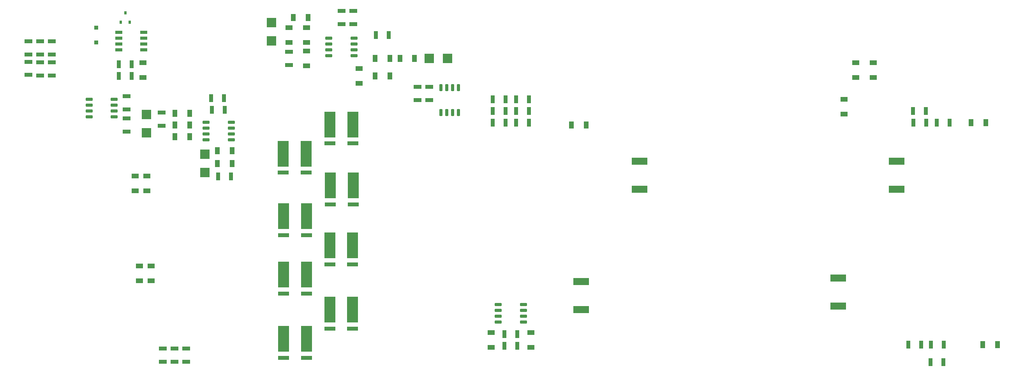
<source format=gbr>
G04*
G04 #@! TF.GenerationSoftware,Altium Limited,Altium Designer,24.1.2 (44)*
G04*
G04 Layer_Color=8421504*
%FSLAX25Y25*%
%MOIN*%
G70*
G04*
G04 #@! TF.SameCoordinates,DAD59E85-0841-476F-99BD-E5F442491B29*
G04*
G04*
G04 #@! TF.FilePolarity,Positive*
G04*
G01*
G75*
%ADD19R,0.03740X0.06693*%
%ADD20R,0.09606X0.03504*%
%ADD21R,0.09606X0.22047*%
%ADD22R,0.06693X0.03740*%
G04:AMPARAMS|DCode=23|XSize=23.62mil|YSize=57.09mil|CornerRadius=2.01mil|HoleSize=0mil|Usage=FLASHONLY|Rotation=180.000|XOffset=0mil|YOffset=0mil|HoleType=Round|Shape=RoundedRectangle|*
%AMROUNDEDRECTD23*
21,1,0.02362,0.05307,0,0,180.0*
21,1,0.01961,0.05709,0,0,180.0*
1,1,0.00402,-0.00980,0.02653*
1,1,0.00402,0.00980,0.02653*
1,1,0.00402,0.00980,-0.02653*
1,1,0.00402,-0.00980,-0.02653*
%
%ADD23ROUNDEDRECTD23*%
%ADD24R,0.03937X0.05906*%
%ADD25R,0.07874X0.07874*%
%ADD26R,0.05906X0.03937*%
%ADD27R,0.07874X0.07874*%
G04:AMPARAMS|DCode=28|XSize=23.62mil|YSize=57.09mil|CornerRadius=2.01mil|HoleSize=0mil|Usage=FLASHONLY|Rotation=90.000|XOffset=0mil|YOffset=0mil|HoleType=Round|Shape=RoundedRectangle|*
%AMROUNDEDRECTD28*
21,1,0.02362,0.05307,0,0,90.0*
21,1,0.01961,0.05709,0,0,90.0*
1,1,0.00402,0.02653,0.00980*
1,1,0.00402,0.02653,-0.00980*
1,1,0.00402,-0.02653,-0.00980*
1,1,0.00402,-0.02653,0.00980*
%
%ADD28ROUNDEDRECTD28*%
G04:AMPARAMS|DCode=29|XSize=61.02mil|YSize=23.62mil|CornerRadius=2.01mil|HoleSize=0mil|Usage=FLASHONLY|Rotation=180.000|XOffset=0mil|YOffset=0mil|HoleType=Round|Shape=RoundedRectangle|*
%AMROUNDEDRECTD29*
21,1,0.06102,0.01961,0,0,180.0*
21,1,0.05701,0.02362,0,0,180.0*
1,1,0.00402,-0.02850,0.00980*
1,1,0.00402,0.02850,0.00980*
1,1,0.00402,0.02850,-0.00980*
1,1,0.00402,-0.02850,-0.00980*
%
%ADD29ROUNDEDRECTD29*%
%ADD30R,0.13418X0.06121*%
%ADD31R,0.03740X0.03543*%
%ADD32R,0.02200X0.02900*%
D19*
X1464488Y545000D02*
D03*
X1475512D02*
D03*
X1464488Y565000D02*
D03*
X1475512D02*
D03*
X1464488Y555000D02*
D03*
X1475512D02*
D03*
X1495512D02*
D03*
X1484488D02*
D03*
X1495512Y545000D02*
D03*
X1484488D02*
D03*
X1495512Y565000D02*
D03*
X1484488D02*
D03*
X1375512Y620000D02*
D03*
X1364488D02*
D03*
X1835000Y555000D02*
D03*
X1823976D02*
D03*
X1835512Y545000D02*
D03*
X1824488D02*
D03*
X1855512D02*
D03*
X1844488D02*
D03*
X1155512Y585000D02*
D03*
X1144488D02*
D03*
X1155512Y595000D02*
D03*
X1144488D02*
D03*
X1223976Y556000D02*
D03*
X1235000D02*
D03*
X1223488Y566000D02*
D03*
X1234512D02*
D03*
X1474488Y364000D02*
D03*
X1485512D02*
D03*
X1474488Y354000D02*
D03*
X1485512D02*
D03*
X1839488Y355000D02*
D03*
X1850512D02*
D03*
X1838976Y340000D02*
D03*
X1850000D02*
D03*
X1229488Y499000D02*
D03*
X1240512D02*
D03*
X1831024Y355000D02*
D03*
X1820000D02*
D03*
D20*
X1325236Y527224D02*
D03*
X1344764D02*
D03*
X1345000Y475000D02*
D03*
X1325472D02*
D03*
X1344528Y423721D02*
D03*
X1325000D02*
D03*
X1344528Y368721D02*
D03*
X1325000D02*
D03*
X1305000Y343721D02*
D03*
X1285472D02*
D03*
X1305000Y398721D02*
D03*
X1285472D02*
D03*
X1305000Y448721D02*
D03*
X1285472D02*
D03*
X1304764Y502224D02*
D03*
X1285236D02*
D03*
D21*
X1325236Y543504D02*
D03*
X1344764D02*
D03*
X1345000Y491280D02*
D03*
X1325472D02*
D03*
X1344528Y440000D02*
D03*
X1325000D02*
D03*
X1344528Y385000D02*
D03*
X1325000D02*
D03*
X1305000Y360000D02*
D03*
X1285472D02*
D03*
X1305000Y415000D02*
D03*
X1285472D02*
D03*
X1305000Y465000D02*
D03*
X1285472D02*
D03*
X1304764Y518504D02*
D03*
X1285236D02*
D03*
D22*
X1151000Y567512D02*
D03*
Y556488D02*
D03*
X1335000Y629488D02*
D03*
Y640512D02*
D03*
X1290000Y594488D02*
D03*
Y605512D02*
D03*
X1345000Y629488D02*
D03*
Y640512D02*
D03*
X1077000Y603488D02*
D03*
Y614512D02*
D03*
X1067000Y603488D02*
D03*
Y614512D02*
D03*
X1087000Y603488D02*
D03*
Y614512D02*
D03*
X1192000Y351512D02*
D03*
Y340488D02*
D03*
X1182000Y351512D02*
D03*
Y340488D02*
D03*
X1202000Y351512D02*
D03*
Y340488D02*
D03*
X1151000Y537488D02*
D03*
Y548512D02*
D03*
X1087000Y585488D02*
D03*
Y596512D02*
D03*
X1067000Y585976D02*
D03*
Y597000D02*
D03*
X1077000Y585488D02*
D03*
Y596512D02*
D03*
X1400000Y575512D02*
D03*
Y564488D02*
D03*
X1410000Y575512D02*
D03*
Y564488D02*
D03*
X1181000Y542488D02*
D03*
Y553512D02*
D03*
D23*
X1420000Y553543D02*
D03*
X1425000D02*
D03*
X1430000D02*
D03*
X1435000D02*
D03*
X1420000Y575000D02*
D03*
X1425000D02*
D03*
X1430000D02*
D03*
X1435000D02*
D03*
D24*
X1385000Y600000D02*
D03*
X1397598D02*
D03*
X1306299Y635000D02*
D03*
X1293701D02*
D03*
X1376299Y585000D02*
D03*
X1363701D02*
D03*
Y600000D02*
D03*
X1376299D02*
D03*
X1886299Y545000D02*
D03*
X1873701D02*
D03*
X1896299Y355000D02*
D03*
X1883701D02*
D03*
X1241299Y521000D02*
D03*
X1228701D02*
D03*
X1241299Y510000D02*
D03*
X1228701D02*
D03*
X1531701Y543000D02*
D03*
X1544299D02*
D03*
X1192402Y553000D02*
D03*
X1205000D02*
D03*
X1192402Y543000D02*
D03*
X1205000D02*
D03*
Y533000D02*
D03*
X1192402D02*
D03*
D25*
X1275000Y615000D02*
D03*
Y630748D02*
D03*
X1218000Y518000D02*
D03*
Y502252D02*
D03*
X1168000Y552000D02*
D03*
Y536252D02*
D03*
D26*
X1305000Y613701D02*
D03*
Y626299D02*
D03*
Y593701D02*
D03*
Y606299D02*
D03*
X1350000Y578701D02*
D03*
Y591299D02*
D03*
X1290000Y626299D02*
D03*
Y613701D02*
D03*
X1172000Y409701D02*
D03*
Y422299D02*
D03*
X1162000Y409701D02*
D03*
Y422299D02*
D03*
X1790000Y596299D02*
D03*
Y583701D02*
D03*
X1775000Y596299D02*
D03*
Y583701D02*
D03*
X1497000Y365299D02*
D03*
Y352701D02*
D03*
X1463000Y365299D02*
D03*
Y352701D02*
D03*
X1168398Y499189D02*
D03*
Y486590D02*
D03*
X1158398Y499189D02*
D03*
Y486590D02*
D03*
X1765000Y565000D02*
D03*
Y552402D02*
D03*
X1165000Y596299D02*
D03*
Y583701D02*
D03*
D27*
X1425748Y600000D02*
D03*
X1410000D02*
D03*
D28*
X1324272Y617500D02*
D03*
Y612500D02*
D03*
Y607500D02*
D03*
Y602500D02*
D03*
X1345728Y617500D02*
D03*
Y612500D02*
D03*
Y607500D02*
D03*
Y602500D02*
D03*
X1119000Y565000D02*
D03*
Y560000D02*
D03*
Y555000D02*
D03*
Y550000D02*
D03*
X1140457Y565000D02*
D03*
Y560000D02*
D03*
Y555000D02*
D03*
Y550000D02*
D03*
X1469272Y389500D02*
D03*
Y384500D02*
D03*
Y379500D02*
D03*
Y374500D02*
D03*
X1490728Y389500D02*
D03*
Y384500D02*
D03*
Y379500D02*
D03*
Y374500D02*
D03*
X1240728Y530500D02*
D03*
Y535500D02*
D03*
Y540500D02*
D03*
Y545500D02*
D03*
X1219272Y530500D02*
D03*
Y535500D02*
D03*
Y540500D02*
D03*
Y545500D02*
D03*
D29*
X1144370Y607500D02*
D03*
Y612500D02*
D03*
Y617500D02*
D03*
Y622500D02*
D03*
X1165630D02*
D03*
Y617500D02*
D03*
Y612500D02*
D03*
Y607500D02*
D03*
D30*
X1590000Y512011D02*
D03*
Y487989D02*
D03*
X1810000Y512011D02*
D03*
Y487989D02*
D03*
X1540000Y385000D02*
D03*
Y409022D02*
D03*
X1760000Y387989D02*
D03*
Y412011D02*
D03*
D31*
X1125000Y626201D02*
D03*
X1125000Y613799D02*
D03*
D32*
X1150000Y638900D02*
D03*
X1153750Y631100D02*
D03*
X1146250D02*
D03*
M02*

</source>
